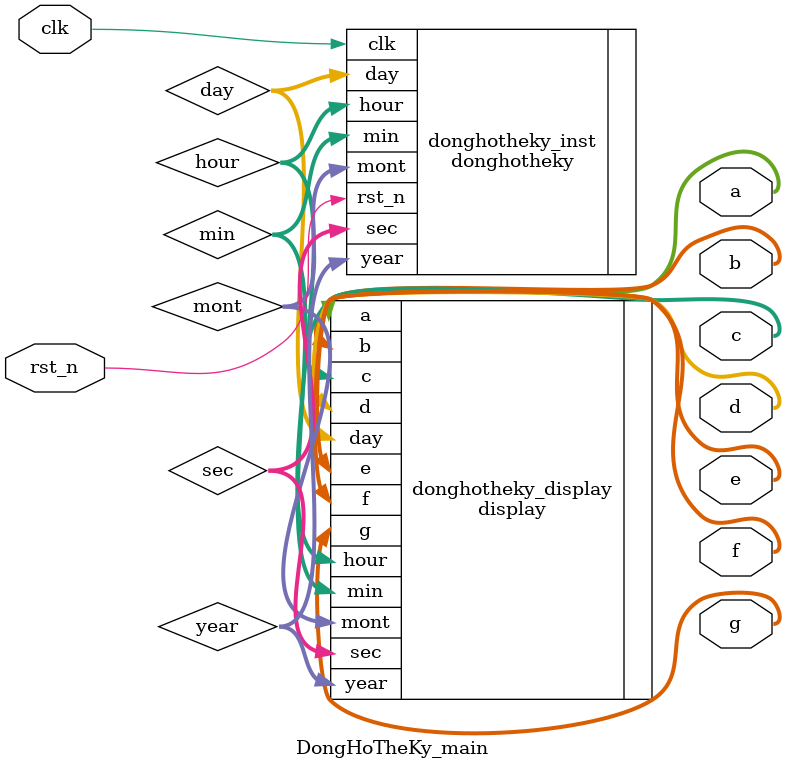
<source format=v>
module DongHoTheKy_main(clk, rst_n,a,b,c,d,e,f,g);
    input		clk;
	input		rst_n;
	output [13:0] a,b,c,d,e,f,g;
	wire [5:0]	sec;
	wire [5:0]	min;
	wire [4:0]	hour;
	wire [4:0]	day;
	wire [3:0]	mont;
	wire [12:0]	year;
	
	donghotheky donghotheky_inst(
        .clk (clk),
        .rst_n(rst_n),
        .sec (sec),
        .min (min),
        .hour (hour),
        .day (day),
        .mont (mont),
        .year (year)
    );
    
    display donghotheky_display(
        .sec (sec),
        .min (min),
        .hour (hour),
        .day (day),
        .mont (mont),
        .year (year),
        .a(a),
        .b(b),
        .c(c),
        .d(d),
        .e(e),
        .f(f),
        .g(g)
    );
endmodule
</source>
